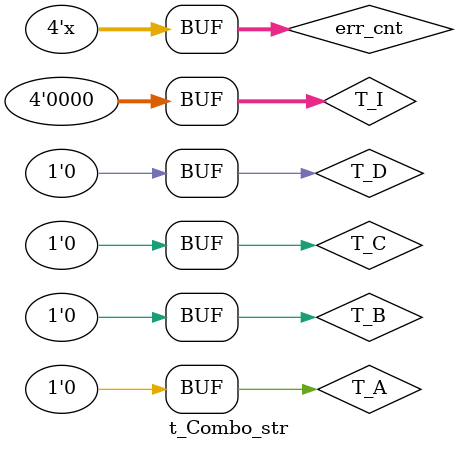
<source format=v>
`timescale 1ns / 1ps

module t_Combo_str();
    reg [3:0] T_I;
    wire T_Y,T_A,T_B,T_C,T_D;
    reg [3:0] err_cnt;
    Combo_str DUT(T_Y,T_A,T_B,T_C,T_D);
    
    assign T_A=T_I[3];
    assign T_B=T_I[2];
    assign T_C=T_I[1];
    assign T_D=T_I[0];
        
    initial begin
        T_I=4'b0000;
    end
    
    always
    begin
        for(T_I=4'b0000;T_I<=4'b1111;T_I=T_I+1)
        begin
            #10;
            if(T_I == 4'b0110 & T_Y == 0) err_cnt = err_cnt+1;
            else if(T_I != 4'b0110 & T_Y == 1) err_cnt = err_cnt + 1;
        end
    end
endmodule

</source>
